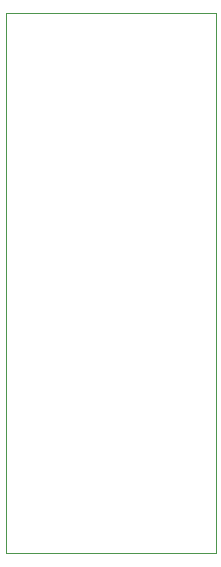
<source format=gbr>
G04 #@! TF.GenerationSoftware,KiCad,Pcbnew,(5.1.0)-1*
G04 #@! TF.CreationDate,2019-11-03T19:19:06-06:00*
G04 #@! TF.ProjectId,wenk_sao_jig,77656e6b-5f73-4616-9f5f-6a69672e6b69,rev?*
G04 #@! TF.SameCoordinates,Original*
G04 #@! TF.FileFunction,Profile,NP*
%FSLAX46Y46*%
G04 Gerber Fmt 4.6, Leading zero omitted, Abs format (unit mm)*
G04 Created by KiCad (PCBNEW (5.1.0)-1) date 2019-11-03 19:19:06*
%MOMM*%
%LPD*%
G04 APERTURE LIST*
%ADD10C,0.050000*%
G04 APERTURE END LIST*
D10*
X153670000Y-77470000D02*
X135890000Y-77470000D01*
X153670000Y-123190000D02*
X153670000Y-77470000D01*
X135890000Y-123190000D02*
X153670000Y-123190000D01*
X135890000Y-77470000D02*
X135890000Y-123190000D01*
M02*

</source>
